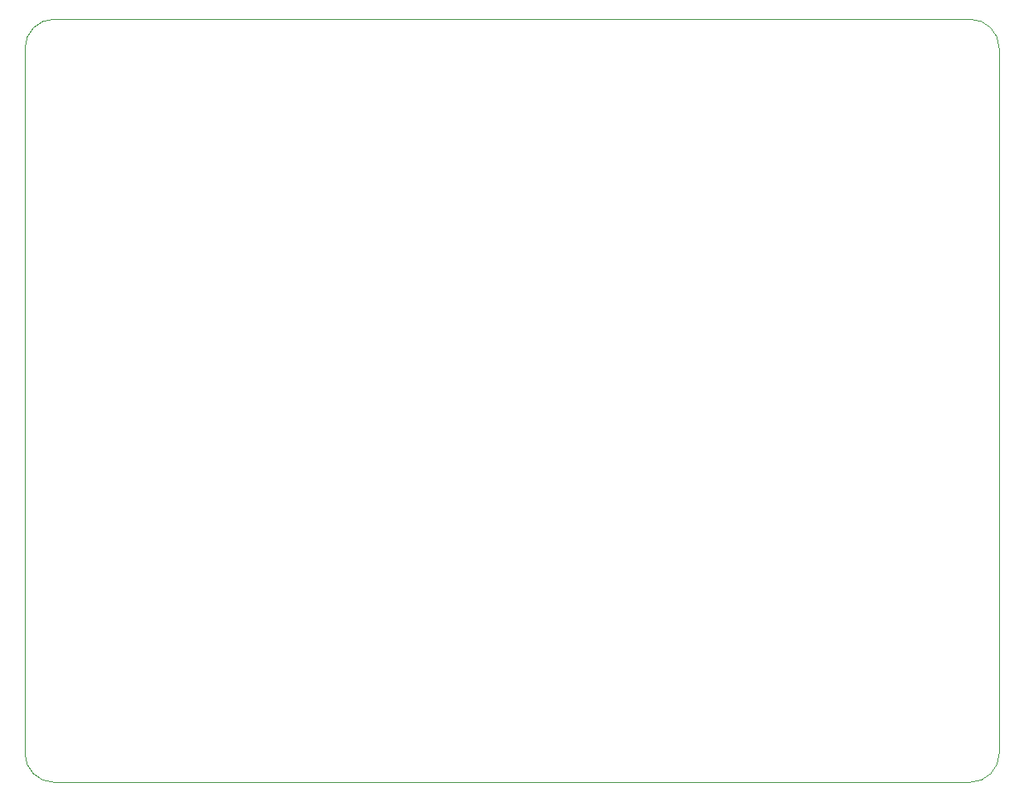
<source format=gbr>
%TF.GenerationSoftware,KiCad,Pcbnew,8.0.7-8.0.7-0~ubuntu22.04.1*%
%TF.CreationDate,2024-12-10T15:43:45-05:00*%
%TF.ProjectId,tinytapeout-demo,74696e79-7461-4706-956f-75742d64656d,2.1.0*%
%TF.SameCoordinates,PX38be5e0PY7d687e0*%
%TF.FileFunction,Profile,NP*%
%FSLAX46Y46*%
G04 Gerber Fmt 4.6, Leading zero omitted, Abs format (unit mm)*
G04 Created by KiCad (PCBNEW 8.0.7-8.0.7-0~ubuntu22.04.1) date 2024-12-10 15:43:45*
%MOMM*%
%LPD*%
G01*
G04 APERTURE LIST*
%TA.AperFunction,Profile*%
%ADD10C,0.100000*%
%TD*%
G04 APERTURE END LIST*
D10*
X156000000Y-53500000D02*
G75*
G02*
X159000000Y-56500000I0J-3000000D01*
G01*
X62500000Y-53500000D02*
X156000000Y-53500000D01*
X156000000Y-131500000D02*
X62500000Y-131500000D01*
X159000000Y-56500000D02*
X159000000Y-128500000D01*
X62500000Y-131500000D02*
G75*
G02*
X59500000Y-128500000I0J3000000D01*
G01*
X59500000Y-56500000D02*
G75*
G02*
X62500000Y-53500000I3000000J0D01*
G01*
X59500000Y-128500000D02*
X59500000Y-56500000D01*
X159000000Y-128500000D02*
G75*
G02*
X156000000Y-131500000I-3000000J0D01*
G01*
M02*

</source>
